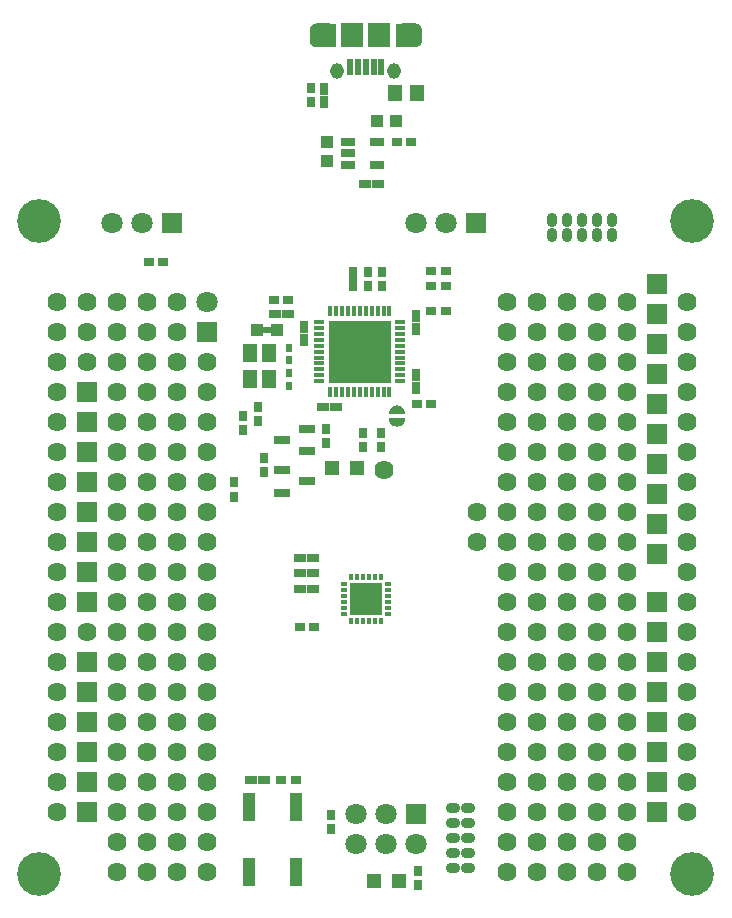
<source format=gts>
%FSLAX43Y43*%
%MOMM*%
G71*
G01*
G75*
G04 Layer_Color=8388736*
%ADD10C,0.175*%
%ADD11C,0.300*%
%ADD12C,0.175*%
%ADD13C,0.300*%
%ADD14C,0.180*%
%ADD15C,0.220*%
%ADD16C,0.200*%
%ADD17R,1.000X0.950*%
%ADD18C,0.400*%
%ADD19R,0.400X1.350*%
%ADD20R,1.000X2.250*%
%ADD21R,1.150X1.400*%
%ADD22R,0.300X0.850*%
%ADD23R,0.850X0.300*%
%ADD24R,5.200X5.200*%
%ADD25R,2.600X2.600*%
%ADD26R,0.230X0.480*%
%ADD27R,0.480X0.230*%
%ADD28R,1.050X0.650*%
%ADD29R,1.300X0.600*%
%ADD30R,1.200X1.200*%
%ADD31R,1.200X1.350*%
%ADD32R,0.800X0.650*%
%ADD33R,0.500X0.600*%
%ADD34R,0.950X1.000*%
%ADD35R,0.600X0.900*%
%ADD36R,0.900X0.600*%
%ADD37R,0.650X0.800*%
%ADD38C,0.150*%
%ADD39C,0.500*%
%ADD40R,0.900X0.300*%
%ADD41R,1.800X1.900*%
G04:AMPARAMS|DCode=42|XSize=1.05mm|YSize=1.25mm|CornerRadius=0.525mm|HoleSize=0mm|Usage=FLASHONLY|Rotation=180.000|XOffset=0mm|YOffset=0mm|HoleType=Round|Shape=RoundedRectangle|*
%AMROUNDEDRECTD42*
21,1,1.050,0.200,0,0,180.0*
21,1,0.000,1.250,0,0,180.0*
1,1,1.050,0.000,0.100*
1,1,1.050,0.000,0.100*
1,1,1.050,0.000,-0.100*
1,1,1.050,0.000,-0.100*
%
%ADD42ROUNDEDRECTD42*%
G04:AMPARAMS|DCode=43|XSize=2.1mm|YSize=1.9mm|CornerRadius=0.494mm|HoleSize=0mm|Usage=FLASHONLY|Rotation=180.000|XOffset=0mm|YOffset=0mm|HoleType=Round|Shape=RoundedRectangle|*
%AMROUNDEDRECTD43*
21,1,2.100,0.912,0,0,180.0*
21,1,1.112,1.900,0,0,180.0*
1,1,0.988,-0.556,0.456*
1,1,0.988,0.556,0.456*
1,1,0.988,0.556,-0.456*
1,1,0.988,-0.556,-0.456*
%
%ADD43ROUNDEDRECTD43*%
%ADD44R,1.700X1.700*%
%ADD45C,1.700*%
%ADD46R,1.700X1.700*%
%ADD47O,0.800X1.100*%
%ADD48O,1.100X0.800*%
%ADD49C,1.524*%
%ADD50C,3.600*%
%ADD51C,0.550*%
%ADD52C,0.800*%
%ADD53C,1.016*%
%ADD54C,0.100*%
%ADD55R,12.000X12.000*%
%ADD56O,1.250X1.450*%
%ADD57O,1.425X2.100*%
%ADD58C,1.600*%
%ADD59C,1.250*%
G04:AMPARAMS|DCode=60|XSize=2.174mm|YSize=2.174mm|CornerRadius=0mm|HoleSize=0mm|Usage=FLASHONLY|Rotation=0.000|XOffset=0mm|YOffset=0mm|HoleType=Round|Shape=Relief|Width=0.254mm|Gap=0.254mm|Entries=4|*
%AMTHD60*
7,0,0,2.174,1.666,0.254,45*
%
%ADD60THD60*%
G04:AMPARAMS|DCode=61|XSize=2.524mm|YSize=2.524mm|CornerRadius=0mm|HoleSize=0mm|Usage=FLASHONLY|Rotation=0.000|XOffset=0mm|YOffset=0mm|HoleType=Round|Shape=Relief|Width=0.254mm|Gap=0.254mm|Entries=4|*
%AMTHD61*
7,0,0,2.524,2.016,0.254,45*
%
%ADD61THD61*%
%ADD62C,3.300*%
%ADD63C,0.850*%
%ADD64C,1.000*%
%ADD65C,0.254*%
%ADD66C,0.250*%
%ADD67C,1.420*%
%ADD68C,0.100*%
%ADD69C,0.050*%
%ADD70C,0.400*%
%ADD71R,3.248X0.599*%
%ADD72R,2.100X2.100*%
%ADD73O,0.750X1.100*%
%ADD74C,0.600*%
%ADD75O,1.100X0.750*%
%ADD76R,1.300X1.400*%
%ADD77R,0.900X0.510*%
%ADD78R,1.100X1.050*%
%ADD79R,0.500X1.450*%
%ADD80R,1.100X2.350*%
%ADD81R,1.250X1.500*%
%ADD82R,0.400X0.950*%
%ADD83R,0.950X0.400*%
%ADD84R,5.300X5.300*%
%ADD85R,2.700X2.700*%
%ADD86R,0.330X0.580*%
%ADD87R,0.580X0.330*%
%ADD88R,1.150X0.750*%
%ADD89R,1.400X0.700*%
%ADD90R,1.300X1.300*%
%ADD91R,1.300X1.450*%
%ADD92R,0.900X0.750*%
%ADD93R,0.600X0.700*%
%ADD94R,1.050X1.100*%
%ADD95R,0.700X1.000*%
%ADD96R,1.000X0.700*%
%ADD97R,0.750X0.900*%
%ADD98R,1.900X2.000*%
G04:AMPARAMS|DCode=99|XSize=1.15mm|YSize=1.35mm|CornerRadius=0.575mm|HoleSize=0mm|Usage=FLASHONLY|Rotation=180.000|XOffset=0mm|YOffset=0mm|HoleType=Round|Shape=RoundedRectangle|*
%AMROUNDEDRECTD99*
21,1,1.150,0.200,0,0,180.0*
21,1,0.000,1.350,0,0,180.0*
1,1,1.150,0.000,0.100*
1,1,1.150,0.000,0.100*
1,1,1.150,0.000,-0.100*
1,1,1.150,0.000,-0.100*
%
%ADD99ROUNDEDRECTD99*%
G04:AMPARAMS|DCode=100|XSize=2.2mm|YSize=2mm|CornerRadius=0.544mm|HoleSize=0mm|Usage=FLASHONLY|Rotation=180.000|XOffset=0mm|YOffset=0mm|HoleType=Round|Shape=RoundedRectangle|*
%AMROUNDEDRECTD100*
21,1,2.200,0.912,0,0,180.0*
21,1,1.112,2.000,0,0,180.0*
1,1,1.088,-0.556,0.456*
1,1,1.088,0.556,0.456*
1,1,1.088,0.556,-0.456*
1,1,1.088,-0.556,-0.456*
%
%ADD100ROUNDEDRECTD100*%
%ADD101R,1.800X1.800*%
%ADD102C,1.800*%
%ADD103R,1.800X1.800*%
%ADD104O,0.900X1.200*%
%ADD105O,1.200X0.900*%
%ADD106C,1.624*%
%ADD107C,3.700*%
%ADD108C,0.650*%
G36*
X32655Y42064D02*
X32657Y42064D01*
X32826Y42042D01*
X32828Y42041D01*
X32829Y42041D01*
X32833Y42040D01*
X32836Y42039D01*
X32837Y42039D01*
X32839Y42038D01*
X32997Y41973D01*
X32998Y41972D01*
X33000Y41971D01*
X33003Y41970D01*
X33006Y41968D01*
X33007Y41967D01*
X33008Y41966D01*
X33144Y41862D01*
X33145Y41861D01*
X33147Y41860D01*
X33149Y41858D01*
X33151Y41855D01*
X33152Y41854D01*
X33153Y41853D01*
X33258Y41717D01*
X33258Y41716D01*
X33260Y41714D01*
X33261Y41711D01*
X33263Y41709D01*
X33263Y41707D01*
X33264Y41706D01*
X33330Y41548D01*
X33330Y41546D01*
X33331Y41544D01*
X33332Y41541D01*
X33333Y41538D01*
X33333Y41536D01*
X33333Y41535D01*
X33355Y41365D01*
X33356Y41362D01*
X33356Y41359D01*
X33356Y41357D01*
X33356Y41355D01*
X33355Y41352D01*
X33355Y41349D01*
X33354Y41347D01*
X33354Y41346D01*
X33353Y41343D01*
X33352Y41339D01*
X33351Y41338D01*
X33351Y41336D01*
X33349Y41334D01*
X33347Y41331D01*
X33346Y41329D01*
X33345Y41328D01*
X33343Y41326D01*
X33341Y41323D01*
X33340Y41322D01*
X33339Y41321D01*
X33336Y41319D01*
X33334Y41317D01*
X33332Y41316D01*
X33331Y41315D01*
X33328Y41314D01*
X33325Y41312D01*
X33323Y41312D01*
X33322Y41311D01*
X33319Y41310D01*
X33315Y41309D01*
X33314Y41309D01*
X33312Y41309D01*
X33309Y41309D01*
X33306Y41308D01*
X31994D01*
X31991Y41309D01*
X31988Y41309D01*
X31986Y41309D01*
X31985Y41309D01*
X31981Y41310D01*
X31978Y41311D01*
X31977Y41312D01*
X31975Y41312D01*
X31972Y41314D01*
X31969Y41315D01*
X31968Y41316D01*
X31966Y41317D01*
X31964Y41319D01*
X31961Y41321D01*
X31960Y41322D01*
X31959Y41323D01*
X31957Y41326D01*
X31955Y41328D01*
X31954Y41329D01*
X31953Y41331D01*
X31951Y41334D01*
X31949Y41336D01*
X31949Y41338D01*
X31948Y41339D01*
X31947Y41343D01*
X31946Y41346D01*
X31946Y41347D01*
X31945Y41349D01*
X31945Y41352D01*
X31944Y41355D01*
X31944Y41357D01*
X31944Y41359D01*
X31944Y41362D01*
X31945Y41365D01*
X31967Y41535D01*
X31967Y41536D01*
X31967Y41538D01*
X31968Y41541D01*
X31969Y41544D01*
X31970Y41546D01*
X31970Y41548D01*
X32036Y41706D01*
X32037Y41707D01*
X32037Y41709D01*
X32039Y41711D01*
X32040Y41714D01*
X32041Y41716D01*
X32042Y41717D01*
X32147Y41853D01*
X32148Y41854D01*
X32149Y41855D01*
X32151Y41858D01*
X32153Y41860D01*
X32155Y41861D01*
X32156Y41862D01*
X32292Y41966D01*
X32293Y41967D01*
X32294Y41968D01*
X32297Y41970D01*
X32300Y41971D01*
X32302Y41972D01*
X32303Y41973D01*
X32461Y42038D01*
X32463Y42039D01*
X32464Y42039D01*
X32467Y42040D01*
X32471Y42041D01*
X32472Y42041D01*
X32474Y42042D01*
X32643Y42064D01*
X32645Y42064D01*
X32647Y42064D01*
X32650Y42064D01*
X32653Y42064D01*
X32655Y42064D01*
D02*
G37*
G36*
X33309Y41009D02*
X33312Y41008D01*
X33314Y41008D01*
X33315Y41008D01*
X33319Y41007D01*
X33322Y41006D01*
X33323Y41006D01*
X33325Y41005D01*
X33328Y41004D01*
X33331Y41002D01*
X33332Y41001D01*
X33334Y41000D01*
X33336Y40998D01*
X33339Y40996D01*
X33340Y40995D01*
X33341Y40994D01*
X33343Y40992D01*
X33345Y40989D01*
X33346Y40988D01*
X33347Y40987D01*
X33349Y40984D01*
X33351Y40981D01*
X33351Y40979D01*
X33352Y40978D01*
X33353Y40975D01*
X33354Y40972D01*
X33354Y40970D01*
X33355Y40968D01*
X33355Y40965D01*
X33356Y40962D01*
X33356Y40960D01*
X33356Y40959D01*
X33356Y40955D01*
X33355Y40952D01*
X33333Y40782D01*
X33333Y40781D01*
X33333Y40779D01*
X33332Y40776D01*
X33331Y40773D01*
X33330Y40771D01*
X33330Y40770D01*
X33264Y40612D01*
X33263Y40610D01*
X33263Y40609D01*
X33261Y40606D01*
X33260Y40603D01*
X33258Y40602D01*
X33258Y40600D01*
X33153Y40464D01*
X33152Y40463D01*
X33151Y40462D01*
X33149Y40460D01*
X33147Y40457D01*
X33145Y40456D01*
X33144Y40455D01*
X33008Y40351D01*
X33007Y40350D01*
X33006Y40349D01*
X33003Y40348D01*
X33000Y40346D01*
X32998Y40345D01*
X32997Y40344D01*
X32839Y40279D01*
X32837Y40278D01*
X32836Y40278D01*
X32833Y40277D01*
X32829Y40276D01*
X32828Y40276D01*
X32826Y40276D01*
X32657Y40253D01*
X32655Y40253D01*
X32653Y40253D01*
X32650Y40253D01*
X32647Y40253D01*
X32645Y40253D01*
X32643Y40253D01*
X32474Y40276D01*
X32472Y40276D01*
X32471Y40276D01*
X32467Y40277D01*
X32464Y40278D01*
X32463Y40278D01*
X32461Y40279D01*
X32303Y40344D01*
X32302Y40345D01*
X32300Y40346D01*
X32297Y40348D01*
X32294Y40349D01*
X32293Y40350D01*
X32292Y40351D01*
X32156Y40455D01*
X32155Y40456D01*
X32153Y40457D01*
X32151Y40460D01*
X32149Y40462D01*
X32148Y40463D01*
X32147Y40464D01*
X32042Y40600D01*
X32042Y40602D01*
X32040Y40603D01*
X32039Y40606D01*
X32037Y40609D01*
X32037Y40610D01*
X32036Y40612D01*
X31970Y40770D01*
X31970Y40771D01*
X31969Y40773D01*
X31968Y40776D01*
X31967Y40779D01*
X31967Y40781D01*
X31967Y40782D01*
X31945Y40952D01*
X31944Y40955D01*
X31944Y40959D01*
X31944Y40960D01*
X31944Y40962D01*
X31945Y40965D01*
X31945Y40968D01*
X31946Y40970D01*
X31946Y40972D01*
X31947Y40975D01*
X31948Y40978D01*
X31949Y40979D01*
X31949Y40981D01*
X31951Y40984D01*
X31953Y40987D01*
X31954Y40988D01*
X31955Y40989D01*
X31957Y40992D01*
X31959Y40994D01*
X31960Y40995D01*
X31961Y40996D01*
X31964Y40998D01*
X31966Y41000D01*
X31968Y41001D01*
X31969Y41002D01*
X31972Y41004D01*
X31975Y41005D01*
X31977Y41006D01*
X31978Y41006D01*
X31981Y41007D01*
X31985Y41008D01*
X31986Y41008D01*
X31988Y41008D01*
X31991Y41009D01*
X31994Y41009D01*
X33306D01*
X33309Y41009D01*
D02*
G37*
G36*
X27410Y74383D02*
X27419Y74380D01*
X27428Y74375D01*
X27436Y74369D01*
X27442Y74362D01*
X27446Y74353D01*
X27449Y74343D01*
X27450Y74334D01*
Y72434D01*
X27449Y72424D01*
X27446Y72414D01*
X27442Y72406D01*
X27436Y72398D01*
X27428Y72392D01*
X27419Y72387D01*
X27410Y72384D01*
X27400Y72383D01*
X25800D01*
X25798Y72384D01*
X25796Y72384D01*
X25748Y72388D01*
X25747Y72388D01*
X25745Y72388D01*
X25692Y72395D01*
X25689Y72396D01*
X25685Y72396D01*
X25632Y72411D01*
X25630Y72412D01*
X25628Y72413D01*
X25585Y72429D01*
X25583Y72430D01*
X25581Y72430D01*
X25539Y72450D01*
X25537Y72452D01*
X25534Y72453D01*
X25490Y72481D01*
X25488Y72483D01*
X25487Y72484D01*
X25449Y72513D01*
X25447Y72514D01*
X25446Y72515D01*
X25407Y72549D01*
X25404Y72552D01*
X25401Y72555D01*
X25372Y72591D01*
X25371Y72592D01*
X25371Y72592D01*
X25343Y72629D01*
X25341Y72632D01*
X25340Y72634D01*
X25316Y72675D01*
X25315Y72677D01*
X25314Y72679D01*
X25294Y72721D01*
X25293Y72723D01*
X25292Y72725D01*
X25276Y72767D01*
X25275Y72770D01*
X25274Y72773D01*
X25262Y72824D01*
X25262Y72826D01*
X25261Y72828D01*
X25254Y72873D01*
X25254Y72875D01*
X25254Y72877D01*
X25250Y72930D01*
X25250Y72932D01*
X25250Y72934D01*
Y73834D01*
X25250Y73835D01*
X25250Y73837D01*
X25254Y73892D01*
X25254Y73895D01*
X25255Y73897D01*
X25263Y73942D01*
X25263Y73944D01*
X25263Y73945D01*
X25275Y73995D01*
X25276Y73999D01*
X25277Y74002D01*
X25293Y74042D01*
X25306Y74075D01*
X25308Y74078D01*
X25310Y74082D01*
X25335Y74125D01*
X25336Y74127D01*
X25337Y74129D01*
X25363Y74166D01*
X25364Y74167D01*
X25365Y74168D01*
X25396Y74206D01*
X25399Y74209D01*
X25401Y74212D01*
X25446Y74253D01*
X25448Y74254D01*
X25450Y74256D01*
X25490Y74286D01*
X25492Y74287D01*
X25493Y74288D01*
X25539Y74317D01*
X25542Y74319D01*
X25545Y74320D01*
X25598Y74344D01*
X25601Y74345D01*
X25605Y74347D01*
X25692Y74373D01*
X25697Y74374D01*
X25701Y74375D01*
X25701Y74375D01*
X25701Y74375D01*
X25701D01*
X25795Y74384D01*
X25798Y74384D01*
X25800Y74384D01*
X27400D01*
X27410Y74383D01*
D02*
G37*
G36*
X34202Y74384D02*
X34204Y74384D01*
X34252Y74380D01*
X34253Y74379D01*
X34255Y74379D01*
X34308Y74372D01*
X34311Y74372D01*
X34315Y74371D01*
X34368Y74356D01*
X34370Y74355D01*
X34372Y74355D01*
X34415Y74339D01*
X34417Y74338D01*
X34419Y74337D01*
X34461Y74317D01*
X34463Y74315D01*
X34466Y74314D01*
X34510Y74286D01*
X34512Y74285D01*
X34513Y74284D01*
X34551Y74255D01*
X34553Y74253D01*
X34554Y74253D01*
X34593Y74219D01*
X34596Y74215D01*
X34599Y74212D01*
X34628Y74176D01*
X34629Y74176D01*
X34629Y74175D01*
X34657Y74138D01*
X34659Y74135D01*
X34660Y74133D01*
X34684Y74092D01*
X34685Y74090D01*
X34686Y74088D01*
X34706Y74046D01*
X34707Y74044D01*
X34708Y74043D01*
X34724Y74001D01*
X34725Y73997D01*
X34726Y73994D01*
X34738Y73943D01*
X34738Y73941D01*
X34739Y73939D01*
X34746Y73894D01*
X34746Y73892D01*
X34746Y73890D01*
X34750Y73837D01*
X34750Y73836D01*
X34750Y73834D01*
Y72934D01*
X34750Y72932D01*
X34750Y72930D01*
X34746Y72875D01*
X34746Y72872D01*
X34745Y72870D01*
X34737Y72825D01*
X34737Y72823D01*
X34737Y72822D01*
X34725Y72772D01*
X34724Y72768D01*
X34723Y72765D01*
X34707Y72725D01*
X34694Y72692D01*
X34692Y72689D01*
X34690Y72685D01*
X34665Y72642D01*
X34664Y72641D01*
X34663Y72639D01*
X34637Y72602D01*
X34636Y72600D01*
X34635Y72599D01*
X34604Y72561D01*
X34601Y72558D01*
X34599Y72555D01*
X34554Y72515D01*
X34552Y72513D01*
X34550Y72511D01*
X34510Y72481D01*
X34508Y72480D01*
X34507Y72479D01*
X34461Y72450D01*
X34458Y72449D01*
X34455Y72447D01*
X34402Y72423D01*
X34399Y72422D01*
X34395Y72421D01*
X34308Y72395D01*
X34303Y72393D01*
X34299Y72393D01*
X34299Y72393D01*
X34299Y72393D01*
X34299D01*
X34205Y72384D01*
X34202Y72384D01*
X34200Y72383D01*
X32600D01*
X32590Y72384D01*
X32581Y72387D01*
X32572Y72392D01*
X32564Y72398D01*
X32558Y72406D01*
X32554Y72414D01*
X32551Y72424D01*
X32550Y72434D01*
Y74334D01*
X32551Y74343D01*
X32554Y74353D01*
X32558Y74362D01*
X32564Y74369D01*
X32572Y74375D01*
X32581Y74380D01*
X32590Y74383D01*
X32600Y74384D01*
X34200D01*
X34202Y74384D01*
D02*
G37*
D77*
X21600Y48414D02*
D03*
D78*
X22450Y48409D02*
D03*
X20750D02*
D03*
X32586Y66120D02*
D03*
X30986D02*
D03*
D79*
X28700Y70709D02*
D03*
X29350D02*
D03*
X30000D02*
D03*
X30650D02*
D03*
X31300D02*
D03*
D80*
X20125Y2534D02*
D03*
Y8034D02*
D03*
X24125D02*
D03*
Y2534D02*
D03*
D81*
X20200Y44308D02*
D03*
Y46508D02*
D03*
X21800D02*
D03*
Y44308D02*
D03*
D82*
X32000Y50034D02*
D03*
X31500D02*
D03*
X30000D02*
D03*
X29500D02*
D03*
X29000D02*
D03*
X28500D02*
D03*
X27000Y43184D02*
D03*
X27500D02*
D03*
X28000D02*
D03*
X28500D02*
D03*
X29000D02*
D03*
X29500D02*
D03*
X30000D02*
D03*
X30500D02*
D03*
X31000D02*
D03*
X31500D02*
D03*
X32000D02*
D03*
X31000Y50034D02*
D03*
X30500D02*
D03*
X28000D02*
D03*
X27500D02*
D03*
X27000D02*
D03*
D83*
X26075Y49109D02*
D03*
Y48609D02*
D03*
Y48109D02*
D03*
Y47609D02*
D03*
Y47109D02*
D03*
Y46609D02*
D03*
Y46109D02*
D03*
Y45609D02*
D03*
Y45109D02*
D03*
Y44609D02*
D03*
Y44109D02*
D03*
X32925D02*
D03*
Y44609D02*
D03*
Y47109D02*
D03*
Y47609D02*
D03*
Y48109D02*
D03*
Y48609D02*
D03*
Y49109D02*
D03*
Y46609D02*
D03*
Y45609D02*
D03*
Y45109D02*
D03*
Y46109D02*
D03*
D84*
X29500Y46609D02*
D03*
D85*
X30000Y25659D02*
D03*
D86*
X28750Y27519D02*
D03*
X29250D02*
D03*
X29750D02*
D03*
X30250D02*
D03*
X30750D02*
D03*
X31250D02*
D03*
Y23799D02*
D03*
X30750D02*
D03*
X30250D02*
D03*
X29750D02*
D03*
X29250D02*
D03*
X28750D02*
D03*
D87*
X31860Y26909D02*
D03*
Y26409D02*
D03*
Y25909D02*
D03*
Y25409D02*
D03*
Y24909D02*
D03*
Y24409D02*
D03*
X28140D02*
D03*
Y24909D02*
D03*
Y25409D02*
D03*
Y25909D02*
D03*
Y26409D02*
D03*
Y26909D02*
D03*
D88*
X30918Y64345D02*
D03*
Y62439D02*
D03*
X28468D02*
D03*
Y63392D02*
D03*
Y64345D02*
D03*
D89*
X24985Y38179D02*
D03*
Y40079D02*
D03*
X22885Y39129D02*
D03*
Y36579D02*
D03*
Y34679D02*
D03*
X24985Y35629D02*
D03*
D90*
X32800Y1784D02*
D03*
X30700D02*
D03*
X29275Y36759D02*
D03*
X27175D02*
D03*
D91*
X32450Y68509D02*
D03*
X34350D02*
D03*
D92*
X11600Y54159D02*
D03*
X12800D02*
D03*
X24416Y23325D02*
D03*
X25616D02*
D03*
X34350Y42209D02*
D03*
X35550D02*
D03*
X24050Y10309D02*
D03*
X22850D02*
D03*
X22250Y50984D02*
D03*
X23450D02*
D03*
X35558Y52159D02*
D03*
X36758D02*
D03*
X35558Y53466D02*
D03*
X36758D02*
D03*
X35558Y50016D02*
D03*
X36758D02*
D03*
X33851Y64357D02*
D03*
X32651D02*
D03*
D93*
X23475Y46909D02*
D03*
X23475Y45859D02*
D03*
X23475Y44784D02*
D03*
X23475Y43734D02*
D03*
D94*
X26747Y62761D02*
D03*
Y64361D02*
D03*
D95*
X26458Y68885D02*
D03*
Y67785D02*
D03*
X34225Y49584D02*
D03*
Y48484D02*
D03*
X34250Y44609D02*
D03*
Y43509D02*
D03*
X28950Y52209D02*
D03*
Y53309D02*
D03*
X24775Y47609D02*
D03*
Y48709D02*
D03*
D96*
X24450Y26550D02*
D03*
X25550D02*
D03*
X20300Y10309D02*
D03*
X21400D02*
D03*
X23400Y49809D02*
D03*
X22300D02*
D03*
X27500Y41884D02*
D03*
X26400D02*
D03*
X25566Y27861D02*
D03*
X24466D02*
D03*
X25566Y29111D02*
D03*
X24466D02*
D03*
X29952Y60802D02*
D03*
X31052D02*
D03*
D97*
X18875Y34334D02*
D03*
Y35534D02*
D03*
X29800Y38509D02*
D03*
Y39709D02*
D03*
X31300Y38509D02*
D03*
Y39709D02*
D03*
X19625Y41159D02*
D03*
Y39959D02*
D03*
X20875Y41909D02*
D03*
Y40709D02*
D03*
X31350Y53359D02*
D03*
Y52159D02*
D03*
X30200Y53359D02*
D03*
Y52159D02*
D03*
X27025Y6209D02*
D03*
Y7409D02*
D03*
X26625Y40034D02*
D03*
Y38834D02*
D03*
X21375Y36384D02*
D03*
Y37584D02*
D03*
X34417Y2641D02*
D03*
Y1441D02*
D03*
X25315Y67735D02*
D03*
Y68935D02*
D03*
D98*
X31149Y73384D02*
D03*
X28851D02*
D03*
D99*
X27575Y70384D02*
D03*
X32425D02*
D03*
D100*
X33650Y73384D02*
D03*
X26350D02*
D03*
D101*
X6350Y20329D02*
D03*
Y17789D02*
D03*
Y12709D02*
D03*
Y15249D02*
D03*
Y7629D02*
D03*
Y10169D02*
D03*
X54610Y7629D02*
D03*
Y10169D02*
D03*
Y15249D02*
D03*
Y12709D02*
D03*
Y22869D02*
D03*
Y25409D02*
D03*
Y20329D02*
D03*
Y17789D02*
D03*
Y39633D02*
D03*
Y42173D02*
D03*
Y47253D02*
D03*
Y44713D02*
D03*
Y34553D02*
D03*
Y37093D02*
D03*
Y32013D02*
D03*
Y29473D02*
D03*
Y49793D02*
D03*
Y52333D02*
D03*
X16510Y48269D02*
D03*
X6350Y43189D02*
D03*
Y40649D02*
D03*
Y35569D02*
D03*
Y38109D02*
D03*
Y27949D02*
D03*
Y25409D02*
D03*
Y30489D02*
D03*
Y33029D02*
D03*
D102*
X8510Y57509D02*
D03*
X11050D02*
D03*
X16510Y50809D02*
D03*
X34240Y4949D02*
D03*
X31700D02*
D03*
X29160D02*
D03*
X31700Y7489D02*
D03*
X29160D02*
D03*
X34235Y57509D02*
D03*
X36775D02*
D03*
D103*
X13590Y57509D02*
D03*
X34240Y7489D02*
D03*
X39315Y57509D02*
D03*
D104*
X50800Y56524D02*
D03*
Y57794D02*
D03*
X45720D02*
D03*
X46990D02*
D03*
X48260D02*
D03*
X49530D02*
D03*
Y56524D02*
D03*
X48260D02*
D03*
X46990D02*
D03*
X45720D02*
D03*
D105*
X37365Y7999D02*
D03*
Y6729D02*
D03*
Y5459D02*
D03*
Y4189D02*
D03*
X38635D02*
D03*
Y5459D02*
D03*
Y6729D02*
D03*
Y7999D02*
D03*
Y2919D02*
D03*
X37365D02*
D03*
D106*
X31500Y36559D02*
D03*
X39370Y30489D02*
D03*
Y33029D02*
D03*
X16510Y2549D02*
D03*
Y5089D02*
D03*
X13970Y2549D02*
D03*
Y5089D02*
D03*
X8890Y2549D02*
D03*
X11430Y5089D02*
D03*
Y2549D02*
D03*
X8890Y5089D02*
D03*
X44450D02*
D03*
X46990D02*
D03*
X49530D02*
D03*
X52070D02*
D03*
Y2549D02*
D03*
X49530D02*
D03*
X46990D02*
D03*
X44450D02*
D03*
X41910D02*
D03*
Y5089D02*
D03*
Y50809D02*
D03*
Y40649D02*
D03*
Y43189D02*
D03*
Y45729D02*
D03*
Y48269D02*
D03*
Y30489D02*
D03*
Y33029D02*
D03*
Y35569D02*
D03*
Y38109D02*
D03*
Y20329D02*
D03*
Y22869D02*
D03*
Y25409D02*
D03*
Y27949D02*
D03*
Y17789D02*
D03*
Y15249D02*
D03*
Y12709D02*
D03*
Y10169D02*
D03*
Y7629D02*
D03*
X44450D02*
D03*
X46990D02*
D03*
X49530D02*
D03*
X52070D02*
D03*
Y10169D02*
D03*
X49530D02*
D03*
X46990D02*
D03*
X44450D02*
D03*
X52070Y12709D02*
D03*
X49530D02*
D03*
X46990D02*
D03*
X44450D02*
D03*
X52070Y15249D02*
D03*
X49530D02*
D03*
X46990D02*
D03*
X44450D02*
D03*
X52070Y17789D02*
D03*
X49530D02*
D03*
X46990D02*
D03*
X44450D02*
D03*
Y27949D02*
D03*
X46990D02*
D03*
X49530D02*
D03*
X52070D02*
D03*
X44450Y25409D02*
D03*
X46990D02*
D03*
X49530D02*
D03*
X52070D02*
D03*
X44450Y22869D02*
D03*
X46990D02*
D03*
X49530D02*
D03*
X52070D02*
D03*
X44450Y20329D02*
D03*
X46990D02*
D03*
X49530D02*
D03*
X52070D02*
D03*
X44450Y38109D02*
D03*
X46990D02*
D03*
X49530D02*
D03*
X52070D02*
D03*
X44450Y35569D02*
D03*
X46990D02*
D03*
X49530D02*
D03*
X52070D02*
D03*
X44450Y33029D02*
D03*
X46990D02*
D03*
X49530D02*
D03*
X52070D02*
D03*
X44450Y30489D02*
D03*
X46990D02*
D03*
X49530D02*
D03*
X52070D02*
D03*
X44450Y48269D02*
D03*
X46990D02*
D03*
X49530D02*
D03*
X52070D02*
D03*
X44450Y45729D02*
D03*
X46990D02*
D03*
X49530D02*
D03*
X52070D02*
D03*
X44450Y43189D02*
D03*
X46990D02*
D03*
X49530D02*
D03*
X52070D02*
D03*
X44450Y40649D02*
D03*
X46990D02*
D03*
X49530D02*
D03*
X52070D02*
D03*
Y50809D02*
D03*
X49530D02*
D03*
X46990D02*
D03*
X44450D02*
D03*
X3810Y7629D02*
D03*
Y10169D02*
D03*
Y12709D02*
D03*
Y15249D02*
D03*
Y17789D02*
D03*
Y27949D02*
D03*
Y25409D02*
D03*
Y22869D02*
D03*
Y20329D02*
D03*
Y38109D02*
D03*
Y35569D02*
D03*
Y33029D02*
D03*
Y30489D02*
D03*
Y48269D02*
D03*
Y45729D02*
D03*
Y43189D02*
D03*
Y40649D02*
D03*
Y50809D02*
D03*
X6350D02*
D03*
Y48269D02*
D03*
X8890Y10169D02*
D03*
Y15249D02*
D03*
Y17789D02*
D03*
Y27949D02*
D03*
Y25409D02*
D03*
Y22869D02*
D03*
Y20329D02*
D03*
Y38109D02*
D03*
Y35569D02*
D03*
Y33029D02*
D03*
Y30489D02*
D03*
Y48269D02*
D03*
Y45729D02*
D03*
Y43189D02*
D03*
Y40649D02*
D03*
Y50809D02*
D03*
X11430Y7629D02*
D03*
Y10169D02*
D03*
Y12709D02*
D03*
Y15249D02*
D03*
Y17789D02*
D03*
Y27949D02*
D03*
Y25409D02*
D03*
Y22869D02*
D03*
Y20329D02*
D03*
Y38109D02*
D03*
Y35569D02*
D03*
Y33029D02*
D03*
Y30489D02*
D03*
Y48269D02*
D03*
Y45729D02*
D03*
Y43189D02*
D03*
Y40649D02*
D03*
Y50809D02*
D03*
X57150Y7629D02*
D03*
Y10169D02*
D03*
Y12709D02*
D03*
Y15249D02*
D03*
Y17789D02*
D03*
Y27949D02*
D03*
Y25409D02*
D03*
Y22869D02*
D03*
Y20329D02*
D03*
Y38109D02*
D03*
Y35569D02*
D03*
Y33029D02*
D03*
Y30489D02*
D03*
Y48269D02*
D03*
Y45729D02*
D03*
Y43189D02*
D03*
Y40649D02*
D03*
Y50809D02*
D03*
X8890Y7629D02*
D03*
Y12709D02*
D03*
X6350Y45729D02*
D03*
Y22869D02*
D03*
X13970Y50809D02*
D03*
Y40649D02*
D03*
Y43189D02*
D03*
Y45729D02*
D03*
Y48269D02*
D03*
Y30489D02*
D03*
Y33029D02*
D03*
Y35569D02*
D03*
Y38109D02*
D03*
Y20329D02*
D03*
Y22869D02*
D03*
Y25409D02*
D03*
Y27949D02*
D03*
Y17789D02*
D03*
Y15249D02*
D03*
Y12709D02*
D03*
Y10169D02*
D03*
Y7629D02*
D03*
X16510Y45729D02*
D03*
Y35569D02*
D03*
Y38109D02*
D03*
Y40649D02*
D03*
Y43189D02*
D03*
Y25409D02*
D03*
Y27949D02*
D03*
Y30489D02*
D03*
Y33029D02*
D03*
Y15249D02*
D03*
Y17789D02*
D03*
Y20329D02*
D03*
Y22869D02*
D03*
Y12709D02*
D03*
Y10169D02*
D03*
Y7629D02*
D03*
D107*
X2350Y57659D02*
D03*
X57650D02*
D03*
X2350Y2359D02*
D03*
X57650D02*
D03*
D108*
X31700Y45509D02*
D03*
X30600Y48809D02*
D03*
Y46609D02*
D03*
Y44409D02*
D03*
X29500Y47709D02*
D03*
Y45509D02*
D03*
X28400Y48809D02*
D03*
Y46609D02*
D03*
Y44409D02*
D03*
X27300Y47709D02*
D03*
Y45509D02*
D03*
X31700Y47709D02*
D03*
M02*

</source>
